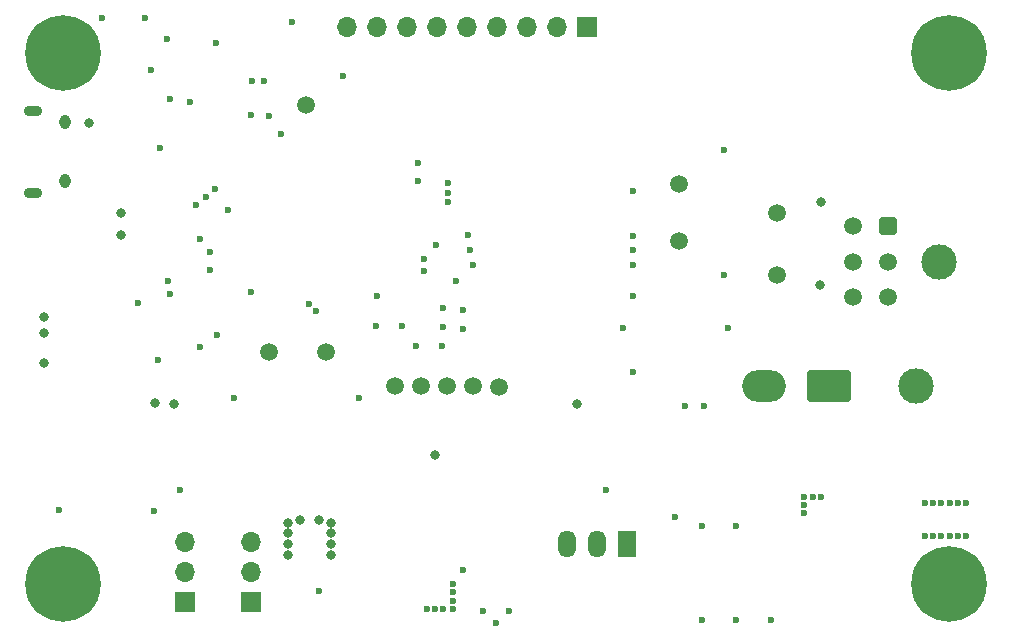
<source format=gbs>
G04 #@! TF.GenerationSoftware,KiCad,Pcbnew,6.0.0-d3dd2cf0fa~116~ubuntu20.04.1*
G04 #@! TF.CreationDate,2022-01-09T15:49:13-07:00*
G04 #@! TF.ProjectId,software_dev_board,736f6674-7761-4726-955f-6465765f626f,A*
G04 #@! TF.SameCoordinates,Original*
G04 #@! TF.FileFunction,Soldermask,Bot*
G04 #@! TF.FilePolarity,Negative*
%FSLAX46Y46*%
G04 Gerber Fmt 4.6, Leading zero omitted, Abs format (unit mm)*
G04 Created by KiCad (PCBNEW 6.0.0-d3dd2cf0fa~116~ubuntu20.04.1) date 2022-01-09 15:49:13*
%MOMM*%
%LPD*%
G01*
G04 APERTURE LIST*
G04 Aperture macros list*
%AMRoundRect*
0 Rectangle with rounded corners*
0 $1 Rounding radius*
0 $2 $3 $4 $5 $6 $7 $8 $9 X,Y pos of 4 corners*
0 Add a 4 corners polygon primitive as box body*
4,1,4,$2,$3,$4,$5,$6,$7,$8,$9,$2,$3,0*
0 Add four circle primitives for the rounded corners*
1,1,$1+$1,$2,$3*
1,1,$1+$1,$4,$5*
1,1,$1+$1,$6,$7*
1,1,$1+$1,$8,$9*
0 Add four rect primitives between the rounded corners*
20,1,$1+$1,$2,$3,$4,$5,0*
20,1,$1+$1,$4,$5,$6,$7,0*
20,1,$1+$1,$6,$7,$8,$9,0*
20,1,$1+$1,$8,$9,$2,$3,0*%
G04 Aperture macros list end*
%ADD10C,1.500000*%
%ADD11R,1.700000X1.700000*%
%ADD12O,1.700000X1.700000*%
%ADD13R,1.500000X2.300000*%
%ADD14O,1.500000X2.300000*%
%ADD15C,0.800000*%
%ADD16C,6.400000*%
%ADD17O,1.550000X0.890000*%
%ADD18O,0.950000X1.250000*%
%ADD19C,3.000000*%
%ADD20RoundRect,0.250000X-0.500000X0.500000X-0.500000X-0.500000X0.500000X-0.500000X0.500000X0.500000X0*%
%ADD21RoundRect,0.250001X-1.599999X1.099999X-1.599999X-1.099999X1.599999X-1.099999X1.599999X1.099999X0*%
%ADD22O,3.700000X2.700000*%
%ADD23C,0.600000*%
G04 APERTURE END LIST*
D10*
X134300000Y-104600000D03*
X138700000Y-104600000D03*
X136500000Y-104600000D03*
X140900000Y-104700000D03*
X132100000Y-104600000D03*
D11*
X148400000Y-74200000D03*
D12*
X145860000Y-74200000D03*
X143320000Y-74200000D03*
X140780000Y-74200000D03*
X138240000Y-74200000D03*
X135700000Y-74200000D03*
X133160000Y-74200000D03*
X130620000Y-74200000D03*
X128080000Y-74200000D03*
D10*
X156174000Y-92380000D03*
X156174000Y-87500000D03*
D13*
X151760000Y-117958000D03*
D14*
X149220000Y-117958000D03*
X146680000Y-117958000D03*
D10*
X126326000Y-101777999D03*
X121446000Y-101777999D03*
D15*
X105697056Y-78097056D03*
X101600000Y-76400000D03*
X105697056Y-74702944D03*
X102302944Y-74702944D03*
D16*
X104000000Y-76400000D03*
D15*
X102302944Y-78097056D03*
X104000000Y-78800000D03*
X106400000Y-76400000D03*
X104000000Y-74000000D03*
D16*
X179000000Y-76400000D03*
D15*
X179000000Y-78800000D03*
X177302944Y-74702944D03*
X180697056Y-78097056D03*
X181400000Y-76400000D03*
X177302944Y-78097056D03*
X180697056Y-74702944D03*
X179000000Y-74000000D03*
X176600000Y-76400000D03*
D17*
X101500000Y-88300000D03*
D18*
X104200000Y-82300000D03*
X104200000Y-87300000D03*
D17*
X101500000Y-81300000D03*
D15*
X180697056Y-123097056D03*
X180697056Y-119702944D03*
X177302944Y-123097056D03*
X179000000Y-123800000D03*
X176600000Y-121400000D03*
X181400000Y-121400000D03*
X179000000Y-119000000D03*
D16*
X179000000Y-121400000D03*
D15*
X177302944Y-119702944D03*
D11*
X119914000Y-122874000D03*
D12*
X119914000Y-120334000D03*
X119914000Y-117794000D03*
D11*
X114326000Y-122874000D03*
D12*
X114326000Y-120334000D03*
X114326000Y-117794000D03*
D15*
X105697056Y-119702944D03*
X105697056Y-123097056D03*
X102302944Y-123097056D03*
X104000000Y-119000000D03*
X102302944Y-119702944D03*
X104000000Y-123800000D03*
D16*
X104000000Y-121400000D03*
D15*
X101600000Y-121400000D03*
X106400000Y-121400000D03*
D19*
X178220000Y-94100000D03*
D20*
X173900000Y-91100000D03*
D10*
X173900000Y-94100000D03*
X173900000Y-97100000D03*
X170900000Y-91100000D03*
X170900000Y-94100000D03*
X170900000Y-97100000D03*
X164500000Y-90000000D03*
X164500000Y-95200000D03*
X124600000Y-80800000D03*
D19*
X176200000Y-104600000D03*
D21*
X168900000Y-104600000D03*
D22*
X163400000Y-104600000D03*
D23*
X130610000Y-97010000D03*
D15*
X111800000Y-106100000D03*
D23*
X124843159Y-97700000D03*
X155800000Y-115700000D03*
X112200000Y-84500000D03*
X179100000Y-114500000D03*
X125400000Y-98300000D03*
D15*
X168100000Y-96100000D03*
D23*
X177700000Y-117300000D03*
X151400000Y-99700000D03*
X120000000Y-78800000D03*
X156700000Y-106300000D03*
X113100000Y-96800000D03*
X130500000Y-99500000D03*
X137000000Y-122100000D03*
D15*
X168164000Y-89064000D03*
D23*
X179800000Y-117300000D03*
X135500000Y-123500000D03*
X141800000Y-123700000D03*
X117000000Y-75600000D03*
X164000000Y-124400000D03*
D15*
X102400000Y-100100000D03*
D23*
X150000000Y-113400000D03*
X136100000Y-101200000D03*
X180500000Y-117300000D03*
X136200000Y-123500000D03*
X139600000Y-123700000D03*
X180500000Y-114500000D03*
X166800000Y-114700000D03*
X134800000Y-123500000D03*
X118500000Y-105600000D03*
X158100000Y-124400000D03*
X125700000Y-122000000D03*
X133900000Y-101200000D03*
X152300000Y-88100000D03*
X119900000Y-96700000D03*
X177000000Y-114500000D03*
X177000000Y-117300000D03*
X179800000Y-114500000D03*
X178400000Y-117300000D03*
X113900000Y-113400000D03*
X166800000Y-115400000D03*
X127700000Y-78400000D03*
X166800000Y-114000000D03*
X161000000Y-124400000D03*
X160300000Y-99700000D03*
X168200000Y-114000000D03*
X137000000Y-123500000D03*
X178400000Y-114500000D03*
X132700000Y-99500000D03*
X137900000Y-120200000D03*
X103700000Y-115100000D03*
X140700000Y-124700000D03*
X137000000Y-121400000D03*
X129100000Y-105600000D03*
X111700000Y-115200000D03*
X167500000Y-114000000D03*
X134600000Y-94900000D03*
X112800000Y-75200000D03*
X160000000Y-95200000D03*
X137000000Y-122800000D03*
X177700000Y-114500000D03*
X121500000Y-81800000D03*
X179100000Y-117300000D03*
X137900000Y-99800000D03*
D15*
X102400000Y-98800000D03*
D23*
X134100000Y-87300000D03*
X116500000Y-93300000D03*
D15*
X102400000Y-102700000D03*
D23*
X160000000Y-84600000D03*
X161000000Y-116500000D03*
D15*
X147561500Y-106161500D03*
X126700000Y-118000000D03*
X124100000Y-116000000D03*
D23*
X123400000Y-73800000D03*
D15*
X108900000Y-91800000D03*
X123100000Y-117100000D03*
D23*
X107300000Y-73500000D03*
X111000000Y-73500000D03*
X116500000Y-94800000D03*
X119900000Y-81700000D03*
X158100000Y-116500000D03*
X137900000Y-98200000D03*
X134100000Y-85700000D03*
D15*
X126700000Y-118900000D03*
X123100000Y-118000000D03*
X126700000Y-116200000D03*
D23*
X134600000Y-93900000D03*
X136200000Y-99600000D03*
D15*
X123100000Y-118900000D03*
X126700000Y-117100000D03*
X125700000Y-116000000D03*
X113413173Y-106113173D03*
D23*
X158300000Y-106300000D03*
D15*
X123100000Y-116200000D03*
D23*
X136200000Y-98000000D03*
D15*
X108900000Y-90000000D03*
D23*
X122480447Y-83300000D03*
X112900000Y-95700000D03*
X110400000Y-97600000D03*
X112100000Y-102400000D03*
X117996790Y-89703210D03*
D15*
X106244500Y-82344500D03*
X135500000Y-110500000D03*
D23*
X111500000Y-77900000D03*
X137300000Y-95700000D03*
X138330331Y-91869669D03*
X135600000Y-92700000D03*
X138700000Y-94400000D03*
X138500000Y-93100000D03*
X152300000Y-94400000D03*
X136600000Y-89053210D03*
X117100000Y-100300000D03*
X136600000Y-88253207D03*
X152300000Y-93100000D03*
X136600000Y-87453204D03*
X152300000Y-91900000D03*
X152300000Y-97000000D03*
X152300000Y-103400000D03*
X113100000Y-80300000D03*
X115300000Y-89300000D03*
X116100000Y-88600000D03*
X114800000Y-80600000D03*
X121000000Y-78800000D03*
X116900000Y-87900000D03*
X115600000Y-92200000D03*
X115600000Y-101300000D03*
M02*

</source>
